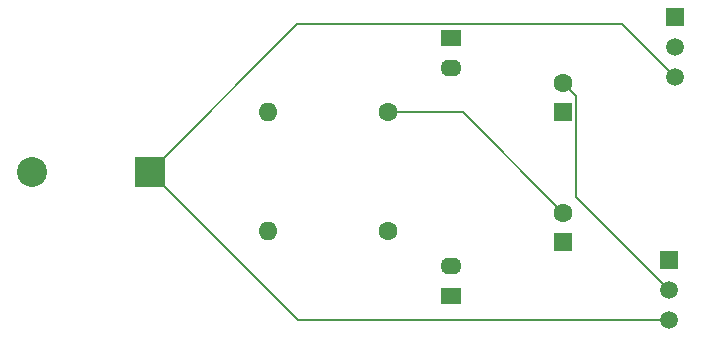
<source format=gbr>
%TF.GenerationSoftware,KiCad,Pcbnew,8.0.5*%
%TF.CreationDate,2024-10-11T23:24:52-07:00*%
%TF.ProjectId,IEEE soldering project,49454545-2073-46f6-9c64-6572696e6720,rev?*%
%TF.SameCoordinates,Original*%
%TF.FileFunction,Copper,L2,Bot*%
%TF.FilePolarity,Positive*%
%FSLAX46Y46*%
G04 Gerber Fmt 4.6, Leading zero omitted, Abs format (unit mm)*
G04 Created by KiCad (PCBNEW 8.0.5) date 2024-10-11 23:24:52*
%MOMM*%
%LPD*%
G01*
G04 APERTURE LIST*
%TA.AperFunction,ComponentPad*%
%ADD10R,2.540000X2.540000*%
%TD*%
%TA.AperFunction,ComponentPad*%
%ADD11C,2.540000*%
%TD*%
%TA.AperFunction,ComponentPad*%
%ADD12R,1.500000X1.500000*%
%TD*%
%TA.AperFunction,ComponentPad*%
%ADD13C,1.500000*%
%TD*%
%TA.AperFunction,ComponentPad*%
%ADD14O,1.800000X1.400000*%
%TD*%
%TA.AperFunction,ComponentPad*%
%ADD15R,1.800000X1.400000*%
%TD*%
%TA.AperFunction,ComponentPad*%
%ADD16O,1.600000X1.600000*%
%TD*%
%TA.AperFunction,ComponentPad*%
%ADD17C,1.600000*%
%TD*%
%TA.AperFunction,ComponentPad*%
%ADD18R,1.600000X1.600000*%
%TD*%
%TA.AperFunction,Conductor*%
%ADD19C,0.200000*%
%TD*%
G04 APERTURE END LIST*
D10*
%TO.P,U1,1,+*%
%TO.N,Net-(Q1-E)*%
X184987818Y-70000000D03*
D11*
%TO.P,U1,2,-*%
%TO.N,Net-(LED1-A)*%
X175005618Y-70000000D03*
%TD*%
D12*
%TO.P,Q2,1,C*%
%TO.N,Net-(LED1-K)*%
X229000000Y-77500000D03*
D13*
%TO.P,Q2,2,B*%
%TO.N,Net-(Q2-B)*%
X229000000Y-80040000D03*
%TO.P,Q2,3,E*%
%TO.N,Net-(Q1-E)*%
X229000000Y-82580000D03*
%TD*%
D14*
%TO.P,LED2,2,A*%
%TO.N,Net-(LED1-A)*%
X210500000Y-61265000D03*
D15*
%TO.P,LED2,1,K*%
%TO.N,Net-(LED2-K)*%
X210500000Y-58725000D03*
%TD*%
%TO.P,LED1,1,K*%
%TO.N,Net-(LED1-K)*%
X210500000Y-80500000D03*
D14*
%TO.P,LED1,2,A*%
%TO.N,Net-(LED1-A)*%
X210500000Y-77960000D03*
%TD*%
D16*
%TO.P,R1,2*%
%TO.N,Net-(LED1-A)*%
X195000000Y-65000000D03*
D17*
%TO.P,R1,1*%
%TO.N,Net-(Q1-B)*%
X205160000Y-65000000D03*
%TD*%
D18*
%TO.P,C1,1*%
%TO.N,Net-(LED1-K)*%
X220000000Y-76000000D03*
D17*
%TO.P,C1,2*%
%TO.N,Net-(Q1-B)*%
X220000000Y-73500000D03*
%TD*%
%TO.P,R2,1*%
%TO.N,Net-(Q2-B)*%
X205160000Y-75000000D03*
D16*
%TO.P,R2,2*%
%TO.N,Net-(LED1-A)*%
X195000000Y-75000000D03*
%TD*%
D18*
%TO.P,C2,1*%
%TO.N,Net-(LED2-K)*%
X220000000Y-65000000D03*
D17*
%TO.P,C2,2*%
%TO.N,Net-(Q2-B)*%
X220000000Y-62500000D03*
%TD*%
D12*
%TO.P,Q1,1,C*%
%TO.N,Net-(LED2-K)*%
X229500000Y-56920000D03*
D13*
%TO.P,Q1,2,B*%
%TO.N,Net-(Q1-B)*%
X229500000Y-59460000D03*
%TO.P,Q1,3,E*%
%TO.N,Net-(Q1-E)*%
X229500000Y-62000000D03*
%TD*%
D19*
%TO.N,Net-(Q1-E)*%
X197567818Y-82580000D02*
X184987818Y-70000000D01*
X229000000Y-82580000D02*
X197567818Y-82580000D01*
X197487818Y-57500000D02*
X184987818Y-70000000D01*
X225000000Y-57500000D02*
X197487818Y-57500000D01*
X229500000Y-62000000D02*
X225000000Y-57500000D01*
%TO.N,Net-(Q1-B)*%
X205160000Y-65000000D02*
X211500000Y-65000000D01*
X211500000Y-65000000D02*
X220000000Y-73500000D01*
%TO.N,Net-(Q2-B)*%
X221100000Y-63600000D02*
X220000000Y-62500000D01*
X229000000Y-80040000D02*
X221100000Y-72140000D01*
X221100000Y-72140000D02*
X221100000Y-63600000D01*
%TD*%
M02*

</source>
